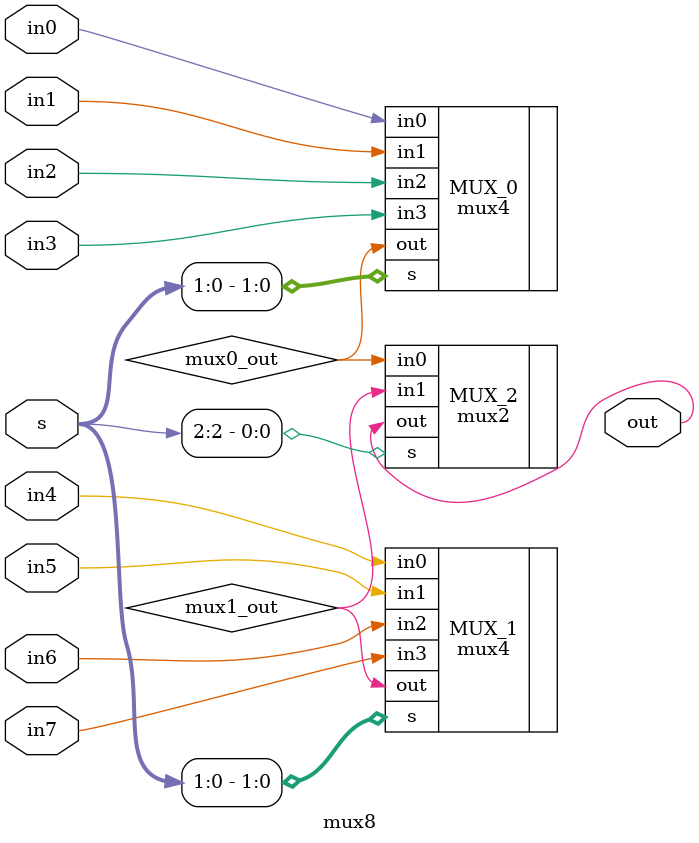
<source format=sv>
`default_nettype none

module mux8(in0, in1, in2, in3, in4, in5, in6, in7, s, out);

    parameter N = 1;

    input wire [N-1:0] in0, in1, in2, in3, in4, in5, in6, in7; 
    input wire [2:0] s;
    output logic [N-1:0] out;

    wire [N-1:0] mux0_out, mux1_out;

    mux4 #(.N(N)) MUX_0 (.in0(in0), .in1(in1), .in2(in2), .in3(in3), .s(s[1:0]), .out(mux0_out));
    mux4 #(.N(N)) MUX_1 (.in0(in4), .in1(in5), .in2(in6), .in3(in7), .s(s[1:0]), .out(mux1_out));
    mux2 #(.N(N)) MUX_2 (.in0(mux0_out), .in1(mux1_out), .s(s[2]), .out(out));

endmodule
</source>
